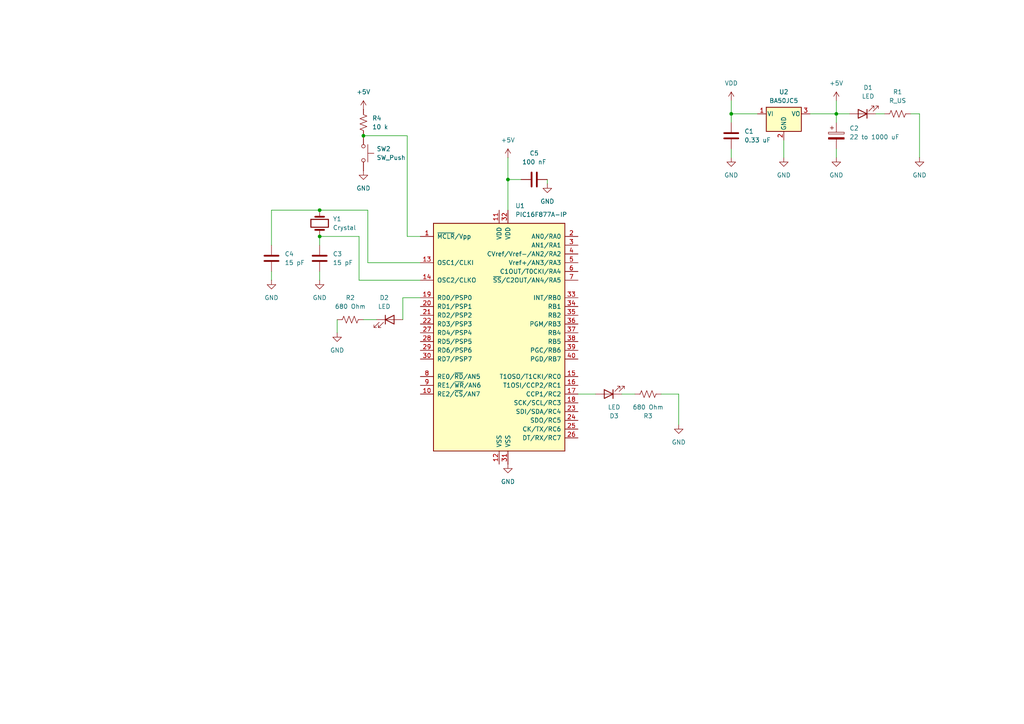
<source format=kicad_sch>
(kicad_sch (version 20250114) (generator "eeschema") (generator_version "9.0")
  (paper "A4")
  (lib_symbols
    (symbol "Device:C" (pin_numbers (hide yes)) (pin_names (offset 0.254))
      (property "Reference" "C" (at 0.635 2.54 0))
      (property "Value" "C" (at 0.635 -2.54 0))
      (symbol "C_0_1"
        (polyline (pts (xy -2.032 0.762) (xy 2.032 0.762)) (stroke (width 0.508)))
        (polyline (pts (xy -2.032 -0.762) (xy 2.032 -0.762)) (stroke (width 0.508)))
      )
      (symbol "C_1_1"
        (pin passive line (at 0 3.81 270) (length 2.794) (name "~") (number "1"))
        (pin passive line (at 0 -3.81 90) (length 2.794) (name "~") (number "2"))
      )
    )
    (symbol "Device:C_Polarized" (pin_numbers (hide yes)) (pin_names (offset 0.254))
      (property "Reference" "C" (at 0.635 2.54 0))
      (property "Value" "C_Polarized" (at 0.635 -2.54 0))
      (symbol "C_Polarized_0_1"
        (rectangle (start -2.286 0.508) (end 2.286 1.016))
        (polyline (pts (xy -1.778 2.286) (xy -0.762 2.286)))
        (polyline (pts (xy -1.27 2.794) (xy -1.27 1.778)))
        (rectangle (start 2.286 -0.508) (end -2.286 -1.016) (fill (type outline)))
      )
      (symbol "C_Polarized_1_1"
        (pin passive line (at 0 3.81 270) (length 2.794) (name "~") (number "1"))
        (pin passive line (at 0 -3.81 90) (length 2.794) (name "~") (number "2"))
      )
    )
    (symbol "Device:Crystal" (pin_numbers (hide yes)) (pin_names (offset 1.016) (hide yes))
      (property "Reference" "Y" (at 0 3.81 0))
      (property "Value" "Crystal" (at 0 -3.81 0))
      (symbol "Crystal_0_1"
        (polyline (pts (xy -2.54 0) (xy -1.905 0)))
        (polyline (pts (xy -1.905 -1.27) (xy -1.905 1.27)) (stroke (width 0.508)))
        (rectangle (start -1.143 2.54) (end 1.143 -2.54) (stroke (width 0.3048)))
        (polyline (pts (xy 1.905 -1.27) (xy 1.905 1.27)) (stroke (width 0.508)))
        (polyline (pts (xy 2.54 0) (xy 1.905 0)))
      )
      (symbol "Crystal_1_1"
        (pin passive line (at -3.81 0 0) (length 1.27) (name "1") (number "1"))
        (pin passive line (at 3.81 0 180) (length 1.27) (name "2") (number "2"))
      )
    )
    (symbol "Device:LED" (pin_numbers (hide yes)) (pin_names (offset 1.016) (hide yes))
      (property "Reference" "D" (at 0 2.54 0))
      (property "Value" "LED" (at 0 -2.54 0))
      (symbol "LED_0_1"
        (polyline (pts (xy -3.048 -0.762) (xy -4.572 -2.286) (xy -3.81 -2.286) (xy -4.572 -2.286) (xy -4.572 -1.524)))
        (polyline (pts (xy -1.778 -0.762) (xy -3.302 -2.286) (xy -2.54 -2.286) (xy -3.302 -2.286) (xy -3.302 -1.524)))
        (polyline (pts (xy -1.27 0) (xy 1.27 0)))
        (polyline (pts (xy -1.27 -1.27) (xy -1.27 1.27)) (stroke (width 0.254)))
        (polyline (pts (xy 1.27 -1.27) (xy 1.27 1.27) (xy -1.27 0) (xy 1.27 -1.27)) (stroke (width 0.254)))
      )
      (symbol "LED_1_1"
        (pin passive line (at -3.81 0 0) (length 2.54) (name "K") (number "1"))
        (pin passive line (at 3.81 0 180) (length 2.54) (name "A") (number "2"))
      )
    )
    (symbol "Device:R_US" (pin_numbers (hide yes)) (pin_names (offset 0))
      (property "Reference" "R" (at 2.54 0 90))
      (property "Value" "R_US" (at -2.54 0 90))
      (symbol "R_US_0_1"
        (polyline (pts (xy 0 2.286) (xy 0 2.54)))
        (polyline (pts (xy 0 2.286) (xy 1.016 1.905) (xy 0 1.524) (xy -1.016 1.143) (xy 0 0.762)))
        (polyline (pts (xy 0 0.762) (xy 1.016 0.381) (xy 0 0) (xy -1.016 -0.381) (xy 0 -0.762)))
        (polyline (pts (xy 0 -0.762) (xy 1.016 -1.143) (xy 0 -1.524) (xy -1.016 -1.905) (xy 0 -2.286)))
        (polyline (pts (xy 0 -2.286) (xy 0 -2.54)))
      )
      (symbol "R_US_1_1"
        (pin passive line (at 0 3.81 270) (length 1.27) (name "~") (number "1"))
        (pin passive line (at 0 -3.81 90) (length 1.27) (name "~") (number "2"))
      )
    )
    (symbol "MCU_Microchip_PIC16:PIC16F877A-IP" (pin_names (offset 1.016))
      (property "Reference" "U" (at 5.08 35.56 0))
      (property "Value" "PIC16F877A-IP" (at 5.08 33.02 0))
      (symbol "PIC16F877A-IP_0_1"
        (rectangle (start -19.05 31.75) (end 19.05 -34.29) (stroke (width 0.254)) (fill (type background)))
      )
      (symbol "PIC16F877A-IP_1_1"
        (pin input line (at -22.86 27.94 0) (length 3.81) (name "~{MCLR}/Vpp") (number "1"))
        (pin input line (at -22.86 20.32 0) (length 3.81) (name "OSC1/CLKI") (number "13"))
        (pin output line (at -22.86 15.24 0) (length 3.81) (name "OSC2/CLKO") (number "14"))
        (pin bidirectional line (at -22.86 10.16 0) (length 3.81) (name "RD0/PSP0") (number "19"))
        (pin bidirectional line (at -22.86 7.62 0) (length 3.81) (name "RD1/PSP1") (number "20"))
        (pin bidirectional line (at -22.86 5.08 0) (length 3.81) (name "RD2/PSP2") (number "21"))
        (pin bidirectional line (at -22.86 2.54 0) (length 3.81) (name "RD3/PSP3") (number "22"))
        (pin bidirectional line (at -22.86 0 0) (length 3.81) (name "RD4/PSP4") (number "27"))
        (pin bidirectional line (at -22.86 -2.54 0) (length 3.81) (name "RD5/PSP5") (number "28"))
        (pin bidirectional line (at -22.86 -5.08 0) (length 3.81) (name "RD6/PSP6") (number "29"))
        (pin bidirectional line (at -22.86 -7.62 0) (length 3.81) (name "RD7/PSP7") (number "30"))
        (pin bidirectional line (at -22.86 -12.7 0) (length 3.81) (name "RE0/~{RD}/AN5") (number "8"))
        (pin bidirectional line (at -22.86 -15.24 0) (length 3.81) (name "RE1/~{WR}/AN6") (number "9"))
        (pin bidirectional line (at -22.86 -17.78 0) (length 3.81) (name "RE2/~{CS}/AN7") (number "10"))
        (pin power_in line (at 0 35.56 270) (length 3.81) (name "VDD") (number "11"))
        (pin power_in line (at 0 -38.1 90) (length 3.81) (name "VSS") (number "12"))
        (pin power_in line (at 2.54 35.56 270) (length 3.81) (name "VDD") (number "32"))
        (pin power_in line (at 2.54 -38.1 90) (length 3.81) (name "VSS") (number "31"))
        (pin bidirectional line (at 22.86 27.94 180) (length 3.81) (name "AN0/RA0") (number "2"))
        (pin bidirectional line (at 22.86 25.4 180) (length 3.81) (name "AN1/RA1") (number "3"))
        (pin bidirectional line (at 22.86 22.86 180) (length 3.81) (name "CVref/Vref-/AN2/RA2") (number "4"))
        (pin bidirectional line (at 22.86 20.32 180) (length 3.81) (name "Vref+/AN3/RA3") (number "5"))
        (pin bidirectional line (at 22.86 17.78 180) (length 3.81) (name "C1OUT/T0CKI/RA4") (number "6"))
        (pin bidirectional line (at 22.86 15.24 180) (length 3.81) (name "~{SS}/C2OUT/AN4/RA5") (number "7"))
        (pin bidirectional line (at 22.86 10.16 180) (length 3.81) (name "INT/RB0") (number "33"))
        (pin bidirectional line (at 22.86 7.62 180) (length 3.81) (name "RB1") (number "34"))
        (pin bidirectional line (at 22.86 5.08 180) (length 3.81) (name "RB2") (number "35"))
        (pin bidirectional line (at 22.86 2.54 180) (length 3.81) (name "PGM/RB3") (number "36"))
        (pin bidirectional line (at 22.86 0 180) (length 3.81) (name "RB4") (number "37"))
        (pin bidirectional line (at 22.86 -2.54 180) (length 3.81) (name "RB5") (number "38"))
        (pin bidirectional line (at 22.86 -5.08 180) (length 3.81) (name "PGC/RB6") (number "39"))
        (pin bidirectional line (at 22.86 -7.62 180) (length 3.81) (name "PGD/RB7") (number "40"))
        (pin bidirectional line (at 22.86 -12.7 180) (length 3.81) (name "T1OSO/T1CKI/RC0") (number "15"))
        (pin bidirectional line (at 22.86 -15.24 180) (length 3.81) (name "T1OSI/CCP2/RC1") (number "16"))
        (pin bidirectional line (at 22.86 -17.78 180) (length 3.81) (name "CCP1/RC2") (number "17"))
        (pin bidirectional line (at 22.86 -20.32 180) (length 3.81) (name "SCK/SCL/RC3") (number "18"))
        (pin bidirectional line (at 22.86 -22.86 180) (length 3.81) (name "SDI/SDA/RC4") (number "23"))
        (pin bidirectional line (at 22.86 -25.4 180) (length 3.81) (name "SDO/RC5") (number "24"))
        (pin bidirectional line (at 22.86 -27.94 180) (length 3.81) (name "CK/TX/RC6") (number "25"))
        (pin bidirectional line (at 22.86 -30.48 180) (length 3.81) (name "DT/RX/RC7") (number "26"))
      )
    )
    (symbol "Regulator_Linear:LM78M05_TO220" (pin_names (offset 0.254))
      (property "Reference" "U" (at -3.81 3.175 0))
      (property "Value" "LM78M05_TO220" (at 0 3.175 0))
      (symbol "LM78M05_TO220_0_1"
        (rectangle (start -5.08 1.905) (end 5.08 -5.08) (stroke (width 0.254)) (fill (type background)))
      )
      (symbol "LM78M05_TO220_1_1"
        (pin power_in line (at -7.62 0 0) (length 2.54) (name "VI") (number "1"))
        (pin power_in line (at 0 -7.62 90) (length 2.54) (name "GND") (number "2"))
        (pin power_out line (at 7.62 0 180) (length 2.54) (name "VO") (number "3"))
      )
    )
    (symbol "Switch:SW_Push" (pin_numbers (hide yes)) (pin_names (offset 1.016) (hide yes))
      (property "Reference" "SW" (at 1.27 2.54 0))
      (property "Value" "SW_Push" (at 0 -1.524 0))
      (symbol "SW_Push_0_1"
        (circle (center -2.032 0) (radius 0.508))
        (polyline (pts (xy 0 1.27) (xy 0 3.048)))
        (circle (center 2.032 0) (radius 0.508))
        (polyline (pts (xy 2.54 1.27) (xy -2.54 1.27)))
        (pin passive line (at -5.08 0 0) (length 2.54) (name "1") (number "1"))
        (pin passive line (at 5.08 0 180) (length 2.54) (name "2") (number "2"))
      )
    )
    (symbol "power:+5V" (power) (pin_numbers (hide yes)) (pin_names (offset 0) (hide yes))
      (property "Value" "+5V" (at 0 3.556 0))
      (symbol "+5V_0_1"
        (polyline (pts (xy -0.762 1.27) (xy 0 2.54)))
        (polyline (pts (xy 0 2.54) (xy 0.762 1.27)))
        (polyline (pts (xy 0 0) (xy 0 2.54)))
      )
      (symbol "+5V_1_1"
        (pin power_in line (at 0 0 90) (length 0) (name "~") (number "1"))
      )
    )
    (symbol "power:GND" (power) (pin_numbers (hide yes)) (pin_names (offset 0) (hide yes))
      (property "Value" "GND" (at 0 -3.81 0))
      (symbol "GND_0_1"
        (polyline (pts (xy 0 0) (xy 0 -1.27) (xy 1.27 -1.27) (xy 0 -2.54) (xy -1.27 -1.27) (xy 0 -1.27)))
      )
      (symbol "GND_1_1"
        (pin power_in line (at 0 0 270) (length 0) (name "~") (number "1"))
      )
    )
    (symbol "power:VDD" (power) (pin_numbers (hide yes)) (pin_names (offset 0) (hide yes))
      (property "Value" "VDD" (at 0 3.556 0))
      (symbol "VDD_0_1"
        (polyline (pts (xy -0.762 1.27) (xy 0 2.54)))
        (polyline (pts (xy 0 2.54) (xy 0.762 1.27)))
        (polyline (pts (xy 0 0) (xy 0 2.54)))
      )
      (symbol "VDD_1_1"
        (pin power_in line (at 0 0 90) (length 0) (name "~") (number "1"))
      )
    )
  )
  (junction (at 212.09 33.02))
  (junction (at 242.57 33.02))
  (junction (at 105.41 39.37))
  (junction (at 92.71 60.96))
  (junction (at 147.32 52.07))
  (junction (at 92.71 68.58))
  (wire (pts (xy 264.16 33.02) (xy 266.7 33.02)))
  (wire (pts (xy 78.74 60.96) (xy 92.71 60.96)))
  (wire (pts (xy 242.57 29.21) (xy 242.57 33.02)))
  (wire (pts (xy 105.41 39.37) (xy 118.11 39.37)))
  (wire (pts (xy 254 33.02) (xy 256.54 33.02)))
  (wire (pts (xy 196.85 114.3) (xy 196.85 123.19)))
  (wire (pts (xy 104.14 68.58) (xy 92.71 68.58)))
  (wire (pts (xy 118.11 68.58) (xy 118.11 39.37)))
  (wire (pts (xy 106.68 60.96) (xy 106.68 76.2)))
  (wire (pts (xy 184.15 114.3) (xy 180.34 114.3)))
  (wire (pts (xy 121.92 86.36) (xy 116.84 86.36)))
  (wire (pts (xy 167.64 114.3) (xy 172.72 114.3)))
  (wire (pts (xy 147.32 52.07) (xy 151.13 52.07)))
  (wire (pts (xy 242.57 43.18) (xy 242.57 45.72)))
  (wire (pts (xy 92.71 60.96) (xy 106.68 60.96)))
  (wire (pts (xy 121.92 68.58) (xy 118.11 68.58)))
  (wire (pts (xy 191.77 114.3) (xy 196.85 114.3)))
  (wire (pts (xy 116.84 86.36) (xy 116.84 92.71)))
  (wire (pts (xy 212.09 43.18) (xy 212.09 45.72)))
  (wire (pts (xy 97.79 92.71) (xy 97.79 96.52)))
  (wire (pts (xy 78.74 78.74) (xy 78.74 81.28)))
  (wire (pts (xy 78.74 71.12) (xy 78.74 60.96)))
  (wire (pts (xy 104.14 81.28) (xy 121.92 81.28)))
  (wire (pts (xy 104.14 68.58) (xy 104.14 81.28)))
  (wire (pts (xy 227.33 40.64) (xy 227.33 45.72)))
  (wire (pts (xy 92.71 78.74) (xy 92.71 81.28)))
  (wire (pts (xy 106.68 76.2) (xy 121.92 76.2)))
  (wire (pts (xy 147.32 45.72) (xy 147.32 52.07)))
  (wire (pts (xy 105.41 92.71) (xy 109.22 92.71)))
  (wire (pts (xy 242.57 33.02) (xy 242.57 35.56)))
  (wire (pts (xy 212.09 29.21) (xy 212.09 33.02)))
  (wire (pts (xy 212.09 35.56) (xy 212.09 33.02)))
  (wire (pts (xy 158.75 52.07) (xy 158.75 53.34)))
  (wire (pts (xy 92.71 68.58) (xy 92.71 71.12)))
  (wire (pts (xy 147.32 52.07) (xy 147.32 60.96)))
  (wire (pts (xy 234.95 33.02) (xy 242.57 33.02)))
  (wire (pts (xy 212.09 33.02) (xy 219.71 33.02)))
  (wire (pts (xy 266.7 45.72) (xy 266.7 33.02)))
  (wire (pts (xy 242.57 33.02) (xy 246.38 33.02)))
  (symbol (lib_id "power:GND") (at 242.57 45.72 0) (unit 1)
    (property "Reference" "#PWR05" (effects (hide yes)))
    (property "Value" "GND" (at 242.57 50.8 0))
    (property "Description" "Power symbol creates a global label with name \"GND\" , ground" (effects (hide yes)))
  )
  (symbol (lib_id "power:+5V") (at 147.32 45.72 0) (unit 1)
    (property "Reference" "#PWR06" (effects (hide yes)))
    (property "Value" "+5V" (at 147.32 40.64 0))
    (property "Description" "Power symbol creates a global label with name \"+5V\"" (effects (hide yes)))
  )
  (symbol (lib_id "Regulator_Linear:LM78M05_TO220") (at 227.33 33.02 0) (unit 1)
    (property "Reference" "U2" (at 227.33 26.67 0))
    (property "Value" "BA50JC5" (at 227.33 29.21 0))
    (property "Footprint" "Package_TO_SOT_THT:TO-220-3_Vertical" (effects (hide yes)))
    (property "Datasheet" "https://www.onsemi.com/pub/Collateral/MC78M00-D.PDF" (effects (hide yes)))
    (property "Description" "Positive 500mA 35V Linear Regulator, Fixed Output 5V, TO-220" (effects (hide yes)))
  )
  (symbol (lib_id "power:VDD") (at 212.09 29.21 0) (unit 1)
    (property "Reference" "#PWR02" (effects (hide yes)))
    (property "Value" "VDD" (at 212.09 24.13 0))
    (property "Description" "Power symbol creates a global label with name \"VDD\"" (effects (hide yes)))
  )
  (symbol (lib_id "Device:R_US") (at 105.41 35.56 0) (unit 1)
    (property "Reference" "R4" (at 107.95 34.2899 0) (effects (justify left)))
    (property "Value" "10 k" (at 107.95 36.8299 0) (effects (justify left)))
    (property "Description" "Resistor, US symbol" (effects (hide yes)))
  )
  (symbol (lib_id "Device:Crystal") (at 92.71 64.77 90) (unit 1)
    (property "Reference" "Y1" (at 96.52 63.4999 90) (effects (justify right)))
    (property "Value" "Crystal" (at 96.52 66.0399 90) (effects (justify right)))
    (property "Description" "Two pin crystal" (effects (hide yes)))
  )
  (symbol (lib_id "power:+5V") (at 105.41 31.75 0) (unit 1)
    (property "Reference" "#PWR015" (effects (hide yes)))
    (property "Value" "+5V" (at 105.41 26.67 0))
    (property "Description" "Power symbol creates a global label with name \"+5V\"" (effects (hide yes)))
  )
  (symbol (lib_id "Device:LED") (at 176.53 114.3 180) (unit 1)
    (property "Reference" "D3" (at 178.1175 120.65 0))
    (property "Value" "LED" (at 178.1175 118.11 0))
    (property "Description" "Light emitting diode" (effects (hide yes)))
    (property "Sim.Pins" "1=K 2=A" (effects (hide yes)))
  )
  (symbol (lib_id "Device:R_US") (at 101.6 92.71 90) (unit 1)
    (property "Reference" "R2" (at 101.6 86.36 90))
    (property "Value" "680 Ohm" (at 101.6 88.9 90))
    (property "Description" "Resistor, US symbol" (effects (hide yes)))
  )
  (symbol (lib_id "Device:C") (at 78.74 74.93 0) (unit 1)
    (property "Reference" "C4" (at 82.55 73.6599 0) (effects (justify left)))
    (property "Value" "15 pF" (at 82.55 76.1999 0) (effects (justify left)))
    (property "Description" "Unpolarized capacitor" (effects (hide yes)))
  )
  (symbol (lib_id "power:GND") (at 212.09 45.72 0) (unit 1)
    (property "Reference" "#PWR01" (effects (hide yes)))
    (property "Value" "GND" (at 212.09 50.8 0))
    (property "Description" "Power symbol creates a global label with name \"GND\" , ground" (effects (hide yes)))
  )
  (symbol (lib_id "Device:C") (at 92.71 74.93 0) (unit 1)
    (property "Reference" "C3" (at 96.52 73.6599 0) (effects (justify left)))
    (property "Value" "15 pF" (at 96.52 76.1999 0) (effects (justify left)))
    (property "Description" "Unpolarized capacitor" (effects (hide yes)))
  )
  (symbol (lib_id "power:+5V") (at 242.57 29.21 0) (unit 1)
    (property "Reference" "#PWR04" (effects (hide yes)))
    (property "Value" "+5V" (at 242.57 24.13 0))
    (property "Description" "Power symbol creates a global label with name \"+5V\"" (effects (hide yes)))
  )
  (symbol (lib_id "MCU_Microchip_PIC16:PIC16F877A-IP") (at 144.78 96.52 0) (unit 1)
    (property "Reference" "U1" (at 149.4633 59.69 0) (effects (justify left)))
    (property "Value" "PIC16F877A-IP" (at 149.4633 62.23 0) (effects (justify left)))
    (property "Footprint" "Package_DIP:DIP-40_W15.24mm" (effects (hide yes)))
    (property "Datasheet" "http://ww1.microchip.com/downloads/en/DeviceDoc/39582b.pdf" (effects (hide yes)))
    (property "Description" "8W Flash, 386B SRAM, 256B EEPROM, DIP40" (effects (hide yes)))
  )
  (symbol (lib_id "Device:R_US") (at 187.96 114.3 270) (unit 1)
    (property "Reference" "R3" (at 187.96 120.65 90))
    (property "Value" "680 Ohm" (at 187.96 118.11 90))
    (property "Description" "Resistor, US symbol" (effects (hide yes)))
  )
  (symbol (lib_id "Switch:SW_Push") (at 105.41 44.45 270) (unit 1)
    (property "Reference" "SW2" (at 109.22 43.1799 90) (effects (justify left)))
    (property "Value" "SW_Push" (at 109.22 45.7199 90) (effects (justify left)))
    (property "Description" "Push button switch, generic, two pins" (effects (hide yes)))
  )
  (symbol (lib_id "power:GND") (at 105.41 49.53 0) (unit 1)
    (property "Reference" "#PWR016" (effects (hide yes)))
    (property "Value" "GND" (at 105.41 54.61 0))
    (property "Description" "Power symbol creates a global label with name \"GND\" , ground" (effects (hide yes)))
  )
  (symbol (lib_id "power:GND") (at 266.7 45.72 0) (unit 1)
    (property "Reference" "#PWR08" (effects (hide yes)))
    (property "Value" "GND" (at 266.7 50.8 0))
    (property "Description" "Power symbol creates a global label with name \"GND\" , ground" (effects (hide yes)))
  )
  (symbol (lib_id "power:GND") (at 78.74 81.28 0) (unit 1)
    (property "Reference" "#PWR09" (effects (hide yes)))
    (property "Value" "GND" (at 78.74 86.36 0))
    (property "Description" "Power symbol creates a global label with name \"GND\" , ground" (effects (hide yes)))
  )
  (symbol (lib_id "power:GND") (at 158.75 53.34 0) (unit 1)
    (property "Reference" "#PWR014" (effects (hide yes)))
    (property "Value" "GND" (at 158.75 58.42 0))
    (property "Description" "Power symbol creates a global label with name \"GND\" , ground" (effects (hide yes)))
  )
  (symbol (lib_id "power:GND") (at 97.79 96.52 0) (unit 1)
    (property "Reference" "#PWR011" (effects (hide yes)))
    (property "Value" "GND" (at 97.79 101.6 0))
    (property "Description" "Power symbol creates a global label with name \"GND\" , ground" (effects (hide yes)))
  )
  (symbol (lib_id "Device:C_Polarized") (at 242.57 39.37 0) (unit 1)
    (property "Reference" "C2" (at 246.38 37.2109 0) (effects (justify left)))
    (property "Value" "22 to 1000 uF" (at 246.38 39.7509 0) (effects (justify left)))
    (property "Description" "Polarized capacitor" (effects (hide yes)))
  )
  (symbol (lib_id "power:GND") (at 227.33 45.72 0) (unit 1)
    (property "Reference" "#PWR03" (effects (hide yes)))
    (property "Value" "GND" (at 227.33 50.8 0))
    (property "Description" "Power symbol creates a global label with name \"GND\" , ground" (effects (hide yes)))
  )
  (symbol (lib_id "Device:LED") (at 113.03 92.71 0) (unit 1)
    (property "Reference" "D2" (at 111.4425 86.36 0))
    (property "Value" "LED" (at 111.4425 88.9 0))
    (property "Description" "Light emitting diode" (effects (hide yes)))
    (property "Sim.Pins" "1=K 2=A" (effects (hide yes)))
  )
  (symbol (lib_id "Device:R_US") (at 260.35 33.02 90) (unit 1)
    (property "Reference" "R1" (at 260.35 26.67 90))
    (property "Value" "R_US" (at 260.35 29.21 90))
    (property "Description" "Resistor, US symbol" (effects (hide yes)))
  )
  (symbol (lib_id "power:GND") (at 196.85 123.19 0) (unit 1)
    (property "Reference" "#PWR012" (effects (hide yes)))
    (property "Value" "GND" (at 196.85 128.27 0))
    (property "Description" "Power symbol creates a global label with name \"GND\" , ground" (effects (hide yes)))
  )
  (symbol (lib_id "Device:C") (at 154.94 52.07 90) (unit 1)
    (property "Reference" "C5" (at 154.94 44.45 90))
    (property "Value" "100 nF" (at 154.94 46.99 90))
    (property "Description" "Unpolarized capacitor" (effects (hide yes)))
  )
  (symbol (lib_id "Device:C") (at 212.09 39.37 0) (unit 1)
    (property "Reference" "C1" (at 215.9 38.0999 0) (effects (justify left)))
    (property "Value" "0.33 uF" (at 215.9 40.6399 0) (effects (justify left)))
    (property "Description" "Unpolarized capacitor" (effects (hide yes)))
  )
  (symbol (lib_id "Device:LED") (at 250.19 33.02 180) (unit 1)
    (property "Reference" "D1" (at 251.7775 25.4 0))
    (property "Value" "LED" (at 251.7775 27.94 0))
    (property "Description" "Light emitting diode" (effects (hide yes)))
    (property "Sim.Pins" "1=K 2=A" (effects (hide yes)))
  )
  (symbol (lib_id "power:GND") (at 92.71 81.28 0) (unit 1)
    (property "Reference" "#PWR010" (effects (hide yes)))
    (property "Value" "GND" (at 92.71 86.36 0))
    (property "Description" "Power symbol creates a global label with name \"GND\" , ground" (effects (hide yes)))
  )
  (symbol (lib_id "power:GND") (at 147.32 134.62 0) (unit 1)
    (property "Reference" "#PWR07" (effects (hide yes)))
    (property "Value" "GND" (at 147.32 139.7 0))
    (property "Description" "Power symbol creates a global label with name \"GND\" , ground" (effects (hide yes)))
  )
)
</source>
